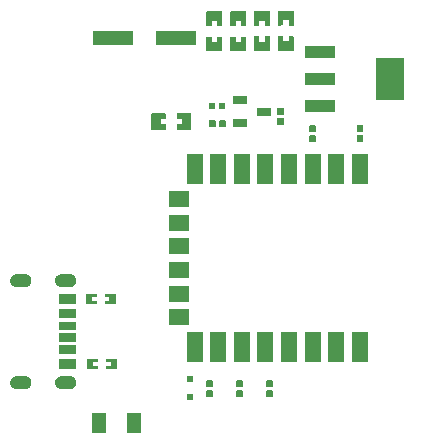
<source format=gtp>
G04 Layer: TopPasteMaskLayer*
G04 EasyEDA v6.5.22, 2023-04-06 23:37:51*
G04 59bfaf2a9afe4f888a6a27d7eff82a53,13d4147aac1444c28c06bf4132869bd4,10*
G04 Gerber Generator version 0.2*
G04 Scale: 100 percent, Rotated: No, Reflected: No *
G04 Dimensions in millimeters *
G04 leading zeros omitted , absolute positions ,4 integer and 5 decimal *
%FSLAX45Y45*%
%MOMM*%

%AMMACRO1*21,1,$1,$2,0,0,$3*%
%ADD10R,1.1901X1.7280*%
%ADD11R,1.2500X0.7000*%
%ADD12R,3.5000X1.2000*%
%ADD13R,0.6000X0.6000*%
%ADD14R,1.4000X2.5000*%
%ADD15R,1.7000X1.4000*%
%ADD16R,2.5000X1.1000*%
%ADD17MACRO1,3.6X2.34X90.0000*%
%ADD18C,0.0133*%

%LPD*%
G36*
X907491Y-3072993D02*
G01*
X902512Y-3078022D01*
X902512Y-3100781D01*
X939495Y-3100781D01*
X939495Y-3133801D01*
X902512Y-3133801D01*
X902512Y-3157982D01*
X907491Y-3163011D01*
X987501Y-3163011D01*
X992479Y-3157982D01*
X992479Y-3078022D01*
X987501Y-3072993D01*
G37*
G36*
X748487Y-3072993D02*
G01*
X743508Y-3078022D01*
X743508Y-3157982D01*
X748487Y-3163011D01*
X827481Y-3163011D01*
X832510Y-3157982D01*
X832510Y-3133801D01*
X794512Y-3133801D01*
X794512Y-3100781D01*
X832510Y-3100781D01*
X832510Y-3078022D01*
X827481Y-3072993D01*
G37*
G36*
X898499Y-2523490D02*
G01*
X893521Y-2528519D01*
X893521Y-2551277D01*
X930503Y-2551277D01*
X930503Y-2584297D01*
X893521Y-2584297D01*
X893521Y-2608478D01*
X898499Y-2613507D01*
X978509Y-2613507D01*
X983487Y-2608478D01*
X983487Y-2528519D01*
X978509Y-2523490D01*
G37*
G36*
X739495Y-2523490D02*
G01*
X734517Y-2528519D01*
X734517Y-2608478D01*
X739495Y-2613507D01*
X818489Y-2613507D01*
X823518Y-2608478D01*
X823518Y-2584297D01*
X785520Y-2584297D01*
X785520Y-2551277D01*
X823518Y-2551277D01*
X823518Y-2528519D01*
X818489Y-2523490D01*
G37*
G36*
X499567Y-3078429D02*
G01*
X499567Y-3158439D01*
X649427Y-3158439D01*
X649427Y-3078429D01*
G37*
G36*
X499567Y-2957525D02*
G01*
X499567Y-3033471D01*
X649427Y-3033471D01*
X649427Y-2957525D01*
G37*
G36*
X499567Y-2858465D02*
G01*
X499567Y-2928569D01*
X649427Y-2928569D01*
X649427Y-2858465D01*
G37*
G36*
X499567Y-2758389D02*
G01*
X499567Y-2828493D01*
X649427Y-2828493D01*
X649427Y-2758389D01*
G37*
G36*
X499567Y-2653487D02*
G01*
X499567Y-2729433D01*
X649427Y-2729433D01*
X649427Y-2653487D01*
G37*
G36*
X499567Y-2528519D02*
G01*
X499567Y-2608529D01*
X649427Y-2608529D01*
X649427Y-2528519D01*
G37*
G36*
X524459Y-2356510D02*
G01*
X519023Y-2356764D01*
X513588Y-2357577D01*
X508254Y-2358948D01*
X503123Y-2360828D01*
X498195Y-2363165D01*
X493522Y-2366060D01*
X489153Y-2369362D01*
X485089Y-2373071D01*
X481482Y-2377186D01*
X478282Y-2381656D01*
X475538Y-2386380D01*
X473303Y-2391410D01*
X471525Y-2396591D01*
X470306Y-2401925D01*
X469646Y-2407361D01*
X469493Y-2412847D01*
X469900Y-2418334D01*
X470865Y-2423718D01*
X472338Y-2429002D01*
X474370Y-2434132D01*
X476859Y-2439009D01*
X479806Y-2443581D01*
X483260Y-2447899D01*
X487070Y-2451811D01*
X491286Y-2455316D01*
X495808Y-2458415D01*
X500634Y-2461056D01*
X505663Y-2463190D01*
X510895Y-2464816D01*
X516280Y-2465882D01*
X521766Y-2466441D01*
X594461Y-2466492D01*
X599948Y-2466238D01*
X605383Y-2465425D01*
X610717Y-2464054D01*
X615848Y-2462174D01*
X620776Y-2459786D01*
X625449Y-2456942D01*
X629818Y-2453640D01*
X633831Y-2449880D01*
X637489Y-2445766D01*
X640689Y-2441346D01*
X643432Y-2436571D01*
X645668Y-2431592D01*
X647446Y-2426411D01*
X648665Y-2421026D01*
X649325Y-2415590D01*
X649478Y-2410104D01*
X649071Y-2404668D01*
X648106Y-2399233D01*
X646633Y-2393950D01*
X644601Y-2388870D01*
X642112Y-2383993D01*
X639165Y-2379370D01*
X635711Y-2375103D01*
X631901Y-2371191D01*
X627684Y-2367635D01*
X623163Y-2364536D01*
X618337Y-2361946D01*
X613308Y-2359812D01*
X608076Y-2358186D01*
X602691Y-2357120D01*
X597204Y-2356561D01*
G37*
G36*
X524459Y-3220516D02*
G01*
X519023Y-3220770D01*
X513588Y-3221583D01*
X508254Y-3222955D01*
X503123Y-3224834D01*
X498195Y-3227171D01*
X493522Y-3230067D01*
X489153Y-3233369D01*
X485089Y-3237077D01*
X481482Y-3241192D01*
X478282Y-3245662D01*
X475538Y-3250387D01*
X473303Y-3255416D01*
X471525Y-3260598D01*
X470306Y-3265932D01*
X469646Y-3271367D01*
X469493Y-3276854D01*
X469900Y-3282340D01*
X470865Y-3287725D01*
X472338Y-3293008D01*
X474370Y-3298139D01*
X476859Y-3303015D01*
X479806Y-3307587D01*
X483260Y-3311906D01*
X487070Y-3315817D01*
X491286Y-3319322D01*
X495808Y-3322421D01*
X500634Y-3325063D01*
X505663Y-3327196D01*
X510895Y-3328771D01*
X516280Y-3329889D01*
X521766Y-3330448D01*
X594461Y-3330498D01*
X599948Y-3330244D01*
X605383Y-3329432D01*
X610717Y-3328060D01*
X615848Y-3326180D01*
X620776Y-3323793D01*
X625449Y-3320948D01*
X629818Y-3317646D01*
X633831Y-3313887D01*
X637489Y-3309772D01*
X640689Y-3305352D01*
X643432Y-3300577D01*
X645668Y-3295599D01*
X647446Y-3290417D01*
X648665Y-3285032D01*
X649325Y-3279597D01*
X649478Y-3274110D01*
X649071Y-3268675D01*
X648106Y-3263239D01*
X646633Y-3257956D01*
X644601Y-3252876D01*
X642112Y-3247999D01*
X639165Y-3243376D01*
X635711Y-3239109D01*
X631901Y-3235198D01*
X627684Y-3231642D01*
X623163Y-3228543D01*
X618337Y-3225952D01*
X613308Y-3223818D01*
X608076Y-3222193D01*
X602691Y-3221126D01*
X597204Y-3220567D01*
G37*
G36*
X144475Y-2356510D02*
G01*
X139039Y-2356764D01*
X133604Y-2357577D01*
X128270Y-2358948D01*
X123139Y-2360828D01*
X118211Y-2363165D01*
X113537Y-2366060D01*
X109169Y-2369362D01*
X105105Y-2373071D01*
X101498Y-2377186D01*
X98298Y-2381656D01*
X95554Y-2386380D01*
X93319Y-2391410D01*
X91541Y-2396591D01*
X90322Y-2401925D01*
X89662Y-2407361D01*
X89509Y-2412847D01*
X89916Y-2418334D01*
X90881Y-2423718D01*
X92354Y-2429002D01*
X94386Y-2434132D01*
X96875Y-2439009D01*
X99822Y-2443581D01*
X103276Y-2447899D01*
X107086Y-2451811D01*
X111302Y-2455316D01*
X115824Y-2458415D01*
X120650Y-2461056D01*
X125679Y-2463190D01*
X130911Y-2464816D01*
X136296Y-2465882D01*
X141782Y-2466441D01*
X214477Y-2466492D01*
X219964Y-2466238D01*
X225399Y-2465425D01*
X230733Y-2464054D01*
X235864Y-2462174D01*
X240792Y-2459786D01*
X245465Y-2456942D01*
X249834Y-2453640D01*
X253847Y-2449880D01*
X257505Y-2445766D01*
X260705Y-2441346D01*
X263448Y-2436571D01*
X265684Y-2431592D01*
X267462Y-2426411D01*
X268681Y-2421026D01*
X269341Y-2415590D01*
X269494Y-2410104D01*
X269087Y-2404668D01*
X268122Y-2399233D01*
X266649Y-2393950D01*
X264617Y-2388870D01*
X262128Y-2383993D01*
X259181Y-2379370D01*
X255727Y-2375103D01*
X251917Y-2371191D01*
X247700Y-2367635D01*
X243179Y-2364536D01*
X238353Y-2361946D01*
X233324Y-2359812D01*
X228092Y-2358186D01*
X222707Y-2357120D01*
X217220Y-2356561D01*
G37*
G36*
X144475Y-3220516D02*
G01*
X139039Y-3220770D01*
X133604Y-3221583D01*
X128270Y-3222955D01*
X123139Y-3224834D01*
X118211Y-3227171D01*
X113537Y-3230067D01*
X109169Y-3233369D01*
X105105Y-3237077D01*
X101498Y-3241192D01*
X98298Y-3245662D01*
X95554Y-3250387D01*
X93319Y-3255416D01*
X91541Y-3260598D01*
X90322Y-3265932D01*
X89662Y-3271367D01*
X89509Y-3276854D01*
X89916Y-3282340D01*
X90881Y-3287725D01*
X92354Y-3293008D01*
X94386Y-3298139D01*
X96875Y-3303015D01*
X99822Y-3307587D01*
X103276Y-3311906D01*
X107086Y-3315817D01*
X111302Y-3319322D01*
X115824Y-3322421D01*
X120650Y-3325063D01*
X125679Y-3327196D01*
X130911Y-3328771D01*
X136296Y-3329889D01*
X141782Y-3330448D01*
X214477Y-3330498D01*
X219964Y-3330244D01*
X225399Y-3329432D01*
X230733Y-3328060D01*
X235864Y-3326180D01*
X240792Y-3323793D01*
X245465Y-3320948D01*
X249834Y-3317646D01*
X253847Y-3313887D01*
X257505Y-3309772D01*
X260705Y-3305352D01*
X263448Y-3300577D01*
X265684Y-3295599D01*
X267462Y-3290417D01*
X268681Y-3285032D01*
X269341Y-3279597D01*
X269494Y-3274110D01*
X269087Y-3268675D01*
X268122Y-3263239D01*
X266649Y-3257956D01*
X264617Y-3252876D01*
X262128Y-3247999D01*
X259181Y-3243376D01*
X255727Y-3239109D01*
X251917Y-3235198D01*
X247700Y-3231642D01*
X243179Y-3228543D01*
X238353Y-3225952D01*
X233324Y-3223818D01*
X228092Y-3222193D01*
X222707Y-3221126D01*
X217220Y-3220567D01*
G37*
G36*
X1773428Y-906932D02*
G01*
X1769414Y-910945D01*
X1769414Y-956970D01*
X1773428Y-960983D01*
X1823516Y-960983D01*
X1827479Y-956970D01*
X1827479Y-910945D01*
X1823516Y-906932D01*
G37*
G36*
X1858467Y-906932D02*
G01*
X1854504Y-910945D01*
X1854504Y-956970D01*
X1858467Y-960983D01*
X1908556Y-960983D01*
X1912569Y-956970D01*
X1912569Y-910945D01*
X1908556Y-906932D01*
G37*
G36*
X2354935Y-1033068D02*
G01*
X2350922Y-1037082D01*
X2350922Y-1087120D01*
X2354935Y-1091133D01*
X2400960Y-1091133D01*
X2404973Y-1087120D01*
X2404973Y-1037082D01*
X2400960Y-1033068D01*
G37*
G36*
X2354935Y-947978D02*
G01*
X2350922Y-951992D01*
X2350922Y-1002080D01*
X2354935Y-1006043D01*
X2400960Y-1006043D01*
X2404973Y-1002080D01*
X2404973Y-951992D01*
X2400960Y-947978D01*
G37*
G36*
X1776984Y-1056081D02*
G01*
X1772970Y-1060043D01*
X1772970Y-1106068D01*
X1776984Y-1110030D01*
X1827072Y-1110030D01*
X1831035Y-1106068D01*
X1831035Y-1060043D01*
X1827072Y-1056081D01*
G37*
G36*
X1862074Y-1056081D02*
G01*
X1858060Y-1060043D01*
X1858060Y-1106068D01*
X1862074Y-1110030D01*
X1912112Y-1110030D01*
X1916125Y-1106068D01*
X1916125Y-1060043D01*
X1912112Y-1056081D01*
G37*
G36*
X1753006Y-131521D02*
G01*
X1747977Y-136499D01*
X1747977Y-251510D01*
X1753006Y-256489D01*
X1795018Y-255981D01*
X1795018Y-211988D01*
X1839975Y-211988D01*
X1839975Y-256997D01*
X1880971Y-256489D01*
X1886000Y-251510D01*
X1886000Y-136499D01*
X1880971Y-131521D01*
G37*
G36*
X1753006Y-346506D02*
G01*
X1747977Y-351485D01*
X1747977Y-466496D01*
X1753006Y-471525D01*
X1880971Y-471525D01*
X1886000Y-466496D01*
X1886000Y-351485D01*
X1880971Y-346506D01*
X1839975Y-347014D01*
X1839975Y-391007D01*
X1795018Y-391007D01*
X1795018Y-346506D01*
G37*
G36*
X1956003Y-131521D02*
G01*
X1950974Y-136499D01*
X1950974Y-251510D01*
X1956003Y-256489D01*
X1998014Y-255981D01*
X1998014Y-211988D01*
X2042972Y-211988D01*
X2042972Y-256997D01*
X2084019Y-256489D01*
X2088997Y-251510D01*
X2088997Y-136499D01*
X2084019Y-131521D01*
G37*
G36*
X1956003Y-346506D02*
G01*
X1950974Y-351485D01*
X1950974Y-466496D01*
X1956003Y-471525D01*
X2084019Y-471525D01*
X2088997Y-466496D01*
X2088997Y-351485D01*
X2084019Y-346506D01*
X2042972Y-347014D01*
X2042972Y-391007D01*
X1998014Y-391007D01*
X1998014Y-346506D01*
G37*
G36*
X2157577Y-129387D02*
G01*
X2152599Y-134416D01*
X2152599Y-249377D01*
X2157577Y-254406D01*
X2199589Y-253898D01*
X2199589Y-209905D01*
X2244598Y-209905D01*
X2244598Y-254914D01*
X2285593Y-254406D01*
X2290572Y-249377D01*
X2290572Y-134416D01*
X2285593Y-129387D01*
G37*
G36*
X2157577Y-344424D02*
G01*
X2152599Y-349402D01*
X2152599Y-464413D01*
X2157577Y-469392D01*
X2285593Y-469392D01*
X2290572Y-464413D01*
X2290572Y-349402D01*
X2285593Y-344424D01*
X2244598Y-344881D01*
X2244598Y-388924D01*
X2199589Y-388924D01*
X2199589Y-344424D01*
G37*
G36*
X2360015Y-127508D02*
G01*
X2354986Y-132486D01*
X2354986Y-247497D01*
X2360015Y-252475D01*
X2401976Y-252018D01*
X2401976Y-207975D01*
X2446985Y-207975D01*
X2446985Y-252984D01*
X2487980Y-252475D01*
X2493010Y-247497D01*
X2493010Y-132486D01*
X2487980Y-127508D01*
G37*
G36*
X2360015Y-342493D02*
G01*
X2354986Y-347522D01*
X2354986Y-462483D01*
X2360015Y-467512D01*
X2487980Y-467512D01*
X2493010Y-462483D01*
X2493010Y-347522D01*
X2487980Y-342493D01*
X2446985Y-343001D01*
X2446985Y-386994D01*
X2401976Y-386994D01*
X2401976Y-342493D01*
G37*
G36*
X1288491Y-995476D02*
G01*
X1283512Y-1000506D01*
X1283512Y-1128471D01*
X1288491Y-1133500D01*
X1403502Y-1133500D01*
X1408480Y-1128471D01*
X1407972Y-1086510D01*
X1363980Y-1086510D01*
X1363980Y-1041501D01*
X1408988Y-1041501D01*
X1408480Y-1000506D01*
X1403502Y-995476D01*
G37*
G36*
X1503476Y-995476D02*
G01*
X1498498Y-1000506D01*
X1499006Y-1041501D01*
X1542999Y-1041501D01*
X1542999Y-1086510D01*
X1498498Y-1086510D01*
X1498498Y-1128471D01*
X1503476Y-1133500D01*
X1618488Y-1133500D01*
X1623517Y-1128471D01*
X1623517Y-1000506D01*
X1618488Y-995476D01*
G37*
G36*
X3028188Y-1095908D02*
G01*
X3024174Y-1099921D01*
X3024174Y-1150010D01*
X3028188Y-1153972D01*
X3074212Y-1153972D01*
X3078175Y-1150010D01*
X3078175Y-1099921D01*
X3074212Y-1095908D01*
G37*
G36*
X3028188Y-1180998D02*
G01*
X3024174Y-1185011D01*
X3024174Y-1235049D01*
X3028188Y-1239062D01*
X3074212Y-1239062D01*
X3078175Y-1235049D01*
X3078175Y-1185011D01*
X3074212Y-1180998D01*
G37*
G36*
X2627477Y-1095908D02*
G01*
X2623515Y-1099921D01*
X2623515Y-1150010D01*
X2627477Y-1153972D01*
X2673502Y-1153972D01*
X2677515Y-1150010D01*
X2677515Y-1099921D01*
X2673502Y-1095908D01*
G37*
G36*
X2627477Y-1180998D02*
G01*
X2623515Y-1185011D01*
X2623515Y-1235049D01*
X2627477Y-1239062D01*
X2673502Y-1239062D01*
X2677515Y-1235049D01*
X2677515Y-1185011D01*
X2673502Y-1180998D01*
G37*
G36*
X2008987Y-3340912D02*
G01*
X2004974Y-3344875D01*
X2004974Y-3394964D01*
X2008987Y-3398977D01*
X2055012Y-3398977D01*
X2059025Y-3394964D01*
X2059025Y-3344875D01*
X2055012Y-3340912D01*
G37*
G36*
X2008987Y-3255822D02*
G01*
X2004974Y-3259836D01*
X2004974Y-3309924D01*
X2008987Y-3313887D01*
X2055012Y-3313887D01*
X2059025Y-3309924D01*
X2059025Y-3259836D01*
X2055012Y-3255822D01*
G37*
G36*
X2262987Y-3340912D02*
G01*
X2258974Y-3344875D01*
X2258974Y-3394964D01*
X2262987Y-3398977D01*
X2309012Y-3398977D01*
X2313025Y-3394964D01*
X2313025Y-3344875D01*
X2309012Y-3340912D01*
G37*
G36*
X2262987Y-3255822D02*
G01*
X2258974Y-3259836D01*
X2258974Y-3309924D01*
X2262987Y-3313887D01*
X2309012Y-3313887D01*
X2313025Y-3309924D01*
X2313025Y-3259836D01*
X2309012Y-3255822D01*
G37*
G36*
X1754987Y-3340912D02*
G01*
X1750974Y-3344875D01*
X1750974Y-3394964D01*
X1754987Y-3398977D01*
X1801012Y-3398977D01*
X1805025Y-3394964D01*
X1805025Y-3344875D01*
X1801012Y-3340912D01*
G37*
G36*
X1754987Y-3255822D02*
G01*
X1750974Y-3259836D01*
X1750974Y-3309924D01*
X1754987Y-3313887D01*
X1801012Y-3313887D01*
X1805025Y-3309924D01*
X1805025Y-3259836D01*
X1801012Y-3255822D01*
G37*
D10*
G01*
X845997Y-3619492D03*
G01*
X1134998Y-3619492D03*
D11*
G01*
X2036648Y-886460D03*
G01*
X2036648Y-1076452D03*
G01*
X2236647Y-981455D03*
D12*
G01*
X959002Y-356996D03*
G01*
X1492986Y-356996D03*
D13*
G01*
X1609496Y-3399002D03*
G01*
X1609496Y-3248990D03*
D14*
G01*
X3051073Y-2977565D03*
G01*
X2851073Y-2977540D03*
G01*
X2651048Y-2977565D03*
G01*
X2451049Y-2977489D03*
G01*
X2251075Y-2977565D03*
G01*
X2051075Y-2977642D03*
G01*
X1851075Y-2977514D03*
G01*
X1651076Y-2977362D03*
D15*
G01*
X1520977Y-2722168D03*
G01*
X1521053Y-2522169D03*
G01*
X1521053Y-2322245D03*
G01*
X1521053Y-2122170D03*
G01*
X1521104Y-1922297D03*
G01*
X1520952Y-1722501D03*
D14*
G01*
X1651076Y-1467434D03*
G01*
X1851075Y-1467357D03*
G01*
X2051075Y-1467357D03*
G01*
X2251075Y-1467357D03*
G01*
X2451049Y-1467357D03*
G01*
X2651048Y-1467357D03*
G01*
X2851073Y-1467357D03*
G01*
X3051073Y-1467357D03*
D16*
G01*
X2713507Y-472490D03*
G01*
X2713507Y-702487D03*
G01*
X2713507Y-932484D03*
D17*
G01*
X3307496Y-702497D03*
M02*

</source>
